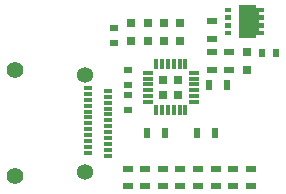
<source format=gtp>
G04 #@! TF.GenerationSoftware,KiCad,Pcbnew,5.1.4*
G04 #@! TF.CreationDate,2019-10-17T14:18:33+11:00*
G04 #@! TF.ProjectId,fabulouspide,66616275-6c6f-4757-9370-6964652e6b69,rev?*
G04 #@! TF.SameCoordinates,Original*
G04 #@! TF.FileFunction,Paste,Top*
G04 #@! TF.FilePolarity,Positive*
%FSLAX46Y46*%
G04 Gerber Fmt 4.6, Leading zero omitted, Abs format (unit mm)*
G04 Created by KiCad (PCBNEW 5.1.4) date 2019-10-17 14:18:33*
%MOMM*%
%LPD*%
G04 APERTURE LIST*
%ADD10C,0.300000*%
%ADD11C,0.100000*%
%ADD12C,0.200000*%
%ADD13C,1.524000*%
%ADD14R,0.850000X0.300000*%
%ADD15R,0.300000X0.850000*%
%ADD16R,0.780000X0.780000*%
%ADD17R,0.700000X0.300000*%
%ADD18C,1.400000*%
%ADD19C,1.360000*%
%ADD20R,0.800000X0.550000*%
%ADD21R,0.550000X0.800000*%
%ADD22R,0.900000X0.500000*%
%ADD23R,0.500000X0.900000*%
%ADD24R,0.750000X0.800000*%
G04 APERTURE END LIST*
D10*
X103108760Y-52296060D03*
D11*
G36*
X103405154Y-52495787D02*
G01*
X103405126Y-52495880D01*
X103405080Y-52495967D01*
X103405018Y-52496043D01*
X103404942Y-52496105D01*
X103404855Y-52496151D01*
X103404762Y-52496179D01*
X103404664Y-52496189D01*
X102854664Y-52496189D01*
X102854566Y-52496179D01*
X102854473Y-52496151D01*
X102854386Y-52496105D01*
X102854310Y-52496043D01*
X102854248Y-52495967D01*
X102854202Y-52495880D01*
X102854174Y-52495787D01*
X102854164Y-52495689D01*
X102854164Y-52095689D01*
X102854174Y-52095591D01*
X102854202Y-52095498D01*
X102854248Y-52095411D01*
X102854310Y-52095335D01*
X102854386Y-52095273D01*
X102854473Y-52095227D01*
X102854566Y-52095199D01*
X102854664Y-52095189D01*
X103404664Y-52095189D01*
X103404762Y-52095199D01*
X103404855Y-52095227D01*
X103404942Y-52095273D01*
X103405018Y-52095335D01*
X103405080Y-52095411D01*
X103405126Y-52095498D01*
X103405154Y-52095591D01*
X103405164Y-52095689D01*
X103405164Y-52495689D01*
X103405154Y-52495787D01*
X103405154Y-52495787D01*
G37*
D10*
X103108760Y-52938680D03*
D11*
G36*
X103405154Y-53145787D02*
G01*
X103405126Y-53145880D01*
X103405080Y-53145967D01*
X103405018Y-53146043D01*
X103404942Y-53146105D01*
X103404855Y-53146151D01*
X103404762Y-53146179D01*
X103404664Y-53146189D01*
X102854664Y-53146189D01*
X102854566Y-53146179D01*
X102854473Y-53146151D01*
X102854386Y-53146105D01*
X102854310Y-53146043D01*
X102854248Y-53145967D01*
X102854202Y-53145880D01*
X102854174Y-53145787D01*
X102854164Y-53145689D01*
X102854164Y-52745689D01*
X102854174Y-52745591D01*
X102854202Y-52745498D01*
X102854248Y-52745411D01*
X102854310Y-52745335D01*
X102854386Y-52745273D01*
X102854473Y-52745227D01*
X102854566Y-52745199D01*
X102854664Y-52745189D01*
X103404664Y-52745189D01*
X103404762Y-52745199D01*
X103404855Y-52745227D01*
X103404942Y-52745273D01*
X103405018Y-52745335D01*
X103405080Y-52745411D01*
X103405126Y-52745498D01*
X103405154Y-52745591D01*
X103405164Y-52745689D01*
X103405164Y-53145689D01*
X103405154Y-53145787D01*
X103405154Y-53145787D01*
G37*
D10*
X103116380Y-53594000D03*
D11*
G36*
X103405154Y-53795787D02*
G01*
X103405126Y-53795880D01*
X103405080Y-53795967D01*
X103405018Y-53796043D01*
X103404942Y-53796105D01*
X103404855Y-53796151D01*
X103404762Y-53796179D01*
X103404664Y-53796189D01*
X102854664Y-53796189D01*
X102854566Y-53796179D01*
X102854473Y-53796151D01*
X102854386Y-53796105D01*
X102854310Y-53796043D01*
X102854248Y-53795967D01*
X102854202Y-53795880D01*
X102854174Y-53795787D01*
X102854164Y-53795689D01*
X102854164Y-53395689D01*
X102854174Y-53395591D01*
X102854202Y-53395498D01*
X102854248Y-53395411D01*
X102854310Y-53395335D01*
X102854386Y-53395273D01*
X102854473Y-53395227D01*
X102854566Y-53395199D01*
X102854664Y-53395189D01*
X103404664Y-53395189D01*
X103404762Y-53395199D01*
X103404855Y-53395227D01*
X103404942Y-53395273D01*
X103405018Y-53395335D01*
X103405080Y-53395411D01*
X103405126Y-53395498D01*
X103405154Y-53395591D01*
X103405164Y-53395689D01*
X103405164Y-53795689D01*
X103405154Y-53795787D01*
X103405154Y-53795787D01*
G37*
D12*
X103108760Y-54244240D03*
D11*
G36*
X103405154Y-54445787D02*
G01*
X103405126Y-54445880D01*
X103405080Y-54445967D01*
X103405018Y-54446043D01*
X103404942Y-54446105D01*
X103404855Y-54446151D01*
X103404762Y-54446179D01*
X103404664Y-54446189D01*
X102854664Y-54446189D01*
X102854566Y-54446179D01*
X102854473Y-54446151D01*
X102854386Y-54446105D01*
X102854310Y-54446043D01*
X102854248Y-54445967D01*
X102854202Y-54445880D01*
X102854174Y-54445787D01*
X102854164Y-54445689D01*
X102854164Y-54045689D01*
X102854174Y-54045591D01*
X102854202Y-54045498D01*
X102854248Y-54045411D01*
X102854310Y-54045335D01*
X102854386Y-54045273D01*
X102854473Y-54045227D01*
X102854566Y-54045199D01*
X102854664Y-54045189D01*
X103404664Y-54045189D01*
X103404762Y-54045199D01*
X103404855Y-54045227D01*
X103404942Y-54045273D01*
X103405018Y-54045335D01*
X103405080Y-54045411D01*
X103405126Y-54045498D01*
X103405154Y-54045591D01*
X103405164Y-54045689D01*
X103405164Y-54445689D01*
X103405154Y-54445787D01*
X103405154Y-54445787D01*
G37*
D13*
X104922320Y-53306980D03*
D11*
G36*
X106205154Y-52495787D02*
G01*
X106205126Y-52495880D01*
X106205080Y-52495967D01*
X106205018Y-52496043D01*
X106204942Y-52496105D01*
X106204855Y-52496151D01*
X106204762Y-52496179D01*
X106204664Y-52496189D01*
X105795164Y-52496189D01*
X105795164Y-52745189D01*
X106204664Y-52745189D01*
X106204762Y-52745199D01*
X106204855Y-52745227D01*
X106204942Y-52745273D01*
X106205018Y-52745335D01*
X106205080Y-52745411D01*
X106205126Y-52745498D01*
X106205154Y-52745591D01*
X106205164Y-52745689D01*
X106205164Y-53145689D01*
X106205154Y-53145787D01*
X106205126Y-53145880D01*
X106205080Y-53145967D01*
X106205018Y-53146043D01*
X106204942Y-53146105D01*
X106204855Y-53146151D01*
X106204762Y-53146179D01*
X106204664Y-53146189D01*
X105795164Y-53146189D01*
X105795164Y-53395189D01*
X106204664Y-53395189D01*
X106204762Y-53395199D01*
X106204855Y-53395227D01*
X106204942Y-53395273D01*
X106205018Y-53395335D01*
X106205080Y-53395411D01*
X106205126Y-53395498D01*
X106205154Y-53395591D01*
X106205164Y-53395689D01*
X106205164Y-53795689D01*
X106205154Y-53795787D01*
X106205126Y-53795880D01*
X106205080Y-53795967D01*
X106205018Y-53796043D01*
X106204942Y-53796105D01*
X106204855Y-53796151D01*
X106204762Y-53796179D01*
X106204664Y-53796189D01*
X105795164Y-53796189D01*
X105795164Y-54045189D01*
X106204664Y-54045189D01*
X106204762Y-54045199D01*
X106204855Y-54045227D01*
X106204942Y-54045273D01*
X106205018Y-54045335D01*
X106205080Y-54045411D01*
X106205126Y-54045498D01*
X106205154Y-54045591D01*
X106205164Y-54045689D01*
X106205164Y-54445689D01*
X106205154Y-54445787D01*
X106205126Y-54445880D01*
X106205080Y-54445967D01*
X106205018Y-54446043D01*
X106204942Y-54446105D01*
X106204855Y-54446151D01*
X106204762Y-54446179D01*
X106204664Y-54446189D01*
X105545164Y-54446189D01*
X105545164Y-54645689D01*
X105545154Y-54645787D01*
X105545126Y-54645880D01*
X105545080Y-54645967D01*
X105545018Y-54646043D01*
X105544942Y-54646105D01*
X105544855Y-54646151D01*
X105544762Y-54646179D01*
X105544664Y-54646189D01*
X104074664Y-54646189D01*
X104074566Y-54646179D01*
X104074473Y-54646151D01*
X104074386Y-54646105D01*
X104074310Y-54646043D01*
X104074248Y-54645967D01*
X104074202Y-54645880D01*
X104074174Y-54645787D01*
X104074164Y-54645689D01*
X104074164Y-51895689D01*
X104074174Y-51895591D01*
X104074202Y-51895498D01*
X104074248Y-51895411D01*
X104074310Y-51895335D01*
X104074386Y-51895273D01*
X104074473Y-51895227D01*
X104074566Y-51895199D01*
X104074664Y-51895189D01*
X105544664Y-51895189D01*
X105544762Y-51895199D01*
X105544855Y-51895227D01*
X105544942Y-51895273D01*
X105545018Y-51895335D01*
X105545080Y-51895411D01*
X105545126Y-51895498D01*
X105545154Y-51895591D01*
X105545164Y-51895689D01*
X105545164Y-52095189D01*
X106204664Y-52095189D01*
X106204762Y-52095199D01*
X106204855Y-52095227D01*
X106204942Y-52095273D01*
X106205018Y-52095335D01*
X106205080Y-52095411D01*
X106205126Y-52095498D01*
X106205154Y-52095591D01*
X106205164Y-52095689D01*
X106205164Y-52495689D01*
X106205154Y-52495787D01*
X106205154Y-52495787D01*
G37*
D14*
X96330940Y-57610700D03*
X96330940Y-58110700D03*
X96330940Y-58610700D03*
X96330940Y-59110700D03*
X96330940Y-59610700D03*
X96330940Y-60110700D03*
D15*
X97030940Y-60810700D03*
X97530940Y-60810700D03*
X98030940Y-60810700D03*
X98530940Y-60810700D03*
X99030940Y-60810700D03*
X99530940Y-60810700D03*
D14*
X100230940Y-60110700D03*
X100230940Y-59610700D03*
X100230940Y-59110700D03*
X100230940Y-58610700D03*
X100230940Y-58110700D03*
X100230940Y-57610700D03*
D15*
X99530940Y-56910700D03*
X99030940Y-56910700D03*
X98530940Y-56910700D03*
X98030940Y-56910700D03*
X97530940Y-56910700D03*
X97030940Y-56910700D03*
D16*
X98930940Y-59510700D03*
X98930940Y-58210700D03*
X97630940Y-59510700D03*
X97630940Y-58210700D03*
D17*
X91270000Y-58900000D03*
X91270000Y-59400000D03*
X91270000Y-59900000D03*
X91270000Y-60400000D03*
X91270000Y-60900000D03*
X91270000Y-61400000D03*
X91270000Y-61900000D03*
X91270000Y-62400000D03*
X91270000Y-62900000D03*
X91270000Y-63400000D03*
X91270000Y-63900000D03*
D18*
X85110000Y-57410000D03*
X85110000Y-66390000D03*
D19*
X91060000Y-66030000D03*
D17*
X91270000Y-64400000D03*
X92970000Y-64150000D03*
X92970000Y-62650000D03*
X92970000Y-63150000D03*
X92970000Y-63650000D03*
X92970000Y-64650000D03*
X92970000Y-62150000D03*
X92970000Y-61650000D03*
X92970000Y-61150000D03*
X92970000Y-60650000D03*
X92970000Y-60150000D03*
X92970000Y-59650000D03*
X92970000Y-59150000D03*
D19*
X91060000Y-57770000D03*
D20*
X94701360Y-60779660D03*
X94701360Y-59529660D03*
X94701360Y-57363040D03*
X94701360Y-58613040D03*
D21*
X107223880Y-55984140D03*
X105973880Y-55984140D03*
D20*
X93494860Y-53822280D03*
X93494860Y-55072280D03*
D22*
X99113340Y-67236340D03*
X99113340Y-65736340D03*
X103261160Y-55876060D03*
X103261160Y-57376060D03*
D23*
X103041580Y-58661300D03*
X101541580Y-58661300D03*
D22*
X101744780Y-53266340D03*
X101744780Y-54766340D03*
X94640400Y-67238880D03*
X94640400Y-65738880D03*
X96126300Y-67232660D03*
X96126300Y-65732660D03*
X97617280Y-67235200D03*
X97617280Y-65735200D03*
X100601780Y-67237040D03*
X100601780Y-65737040D03*
D23*
X96276160Y-62755780D03*
X97776160Y-62755780D03*
D22*
X102100380Y-67242120D03*
X102100380Y-65742120D03*
X105097580Y-67242120D03*
X105097580Y-65742120D03*
X103598980Y-67236340D03*
X103598980Y-65736340D03*
D23*
X102040820Y-62679580D03*
X100540820Y-62679580D03*
D22*
X101747320Y-55868440D03*
X101747320Y-57368440D03*
D24*
X104708960Y-55902860D03*
X104708960Y-57402860D03*
X94940940Y-53410700D03*
X94940940Y-54910700D03*
X97710940Y-53400700D03*
X97710940Y-54900700D03*
X99090940Y-53400700D03*
X99090940Y-54900700D03*
X96340940Y-53400700D03*
X96340940Y-54900700D03*
M02*

</source>
